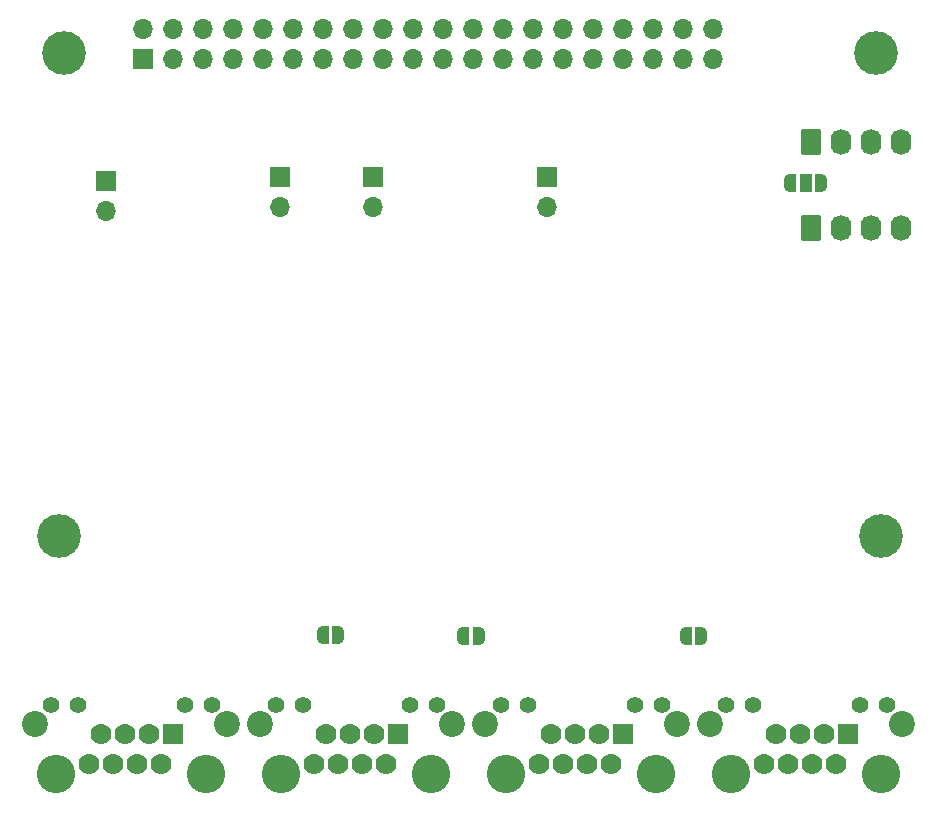
<source format=gbs>
%TF.GenerationSoftware,KiCad,Pcbnew,5.99.0-unknown-47cb7f53fd~143~ubuntu20.04.1*%
%TF.CreationDate,2021-11-23T21:15:49-08:00*%
%TF.ProjectId,acorn-serial,61636f72-6e2d-4736-9572-69616c2e6b69,rev?*%
%TF.SameCoordinates,Original*%
%TF.FileFunction,Soldermask,Bot*%
%TF.FilePolarity,Negative*%
%FSLAX46Y46*%
G04 Gerber Fmt 4.6, Leading zero omitted, Abs format (unit mm)*
G04 Created by KiCad (PCBNEW 5.99.0-unknown-47cb7f53fd~143~ubuntu20.04.1) date 2021-11-23 21:15:49*
%MOMM*%
%LPD*%
G01*
G04 APERTURE LIST*
G04 Aperture macros list*
%AMRoundRect*
0 Rectangle with rounded corners*
0 $1 Rounding radius*
0 $2 $3 $4 $5 $6 $7 $8 $9 X,Y pos of 4 corners*
0 Add a 4 corners polygon primitive as box body*
4,1,4,$2,$3,$4,$5,$6,$7,$8,$9,$2,$3,0*
0 Add four circle primitives for the rounded corners*
1,1,$1+$1,$2,$3*
1,1,$1+$1,$4,$5*
1,1,$1+$1,$6,$7*
1,1,$1+$1,$8,$9*
0 Add four rect primitives between the rounded corners*
20,1,$1+$1,$2,$3,$4,$5,0*
20,1,$1+$1,$4,$5,$6,$7,0*
20,1,$1+$1,$6,$7,$8,$9,0*
20,1,$1+$1,$8,$9,$2,$3,0*%
%AMFreePoly0*
4,1,22,0.500000,-0.750000,0.000000,-0.750000,0.000000,-0.745033,-0.079941,-0.743568,-0.215256,-0.701293,-0.333266,-0.622738,-0.424486,-0.514219,-0.481581,-0.384460,-0.499164,-0.250000,-0.500000,-0.250000,-0.500000,0.250000,-0.499164,0.250000,-0.499963,0.256109,-0.478152,0.396186,-0.417904,0.524511,-0.324060,0.630769,-0.204165,0.706417,-0.067858,0.745374,0.000000,0.744959,0.000000,0.750000,
0.500000,0.750000,0.500000,-0.750000,0.500000,-0.750000,$1*%
%AMFreePoly1*
4,1,20,0.000000,0.744959,0.073905,0.744508,0.209726,0.703889,0.328688,0.626782,0.421226,0.519385,0.479903,0.390333,0.500000,0.250000,0.500000,-0.250000,0.499851,-0.262216,0.476331,-0.402017,0.414519,-0.529596,0.319384,-0.634700,0.198574,-0.708877,0.061801,-0.746166,0.000000,-0.745033,0.000000,-0.750000,-0.500000,-0.750000,-0.500000,0.750000,0.000000,0.750000,0.000000,0.744959,
0.000000,0.744959,$1*%
%AMFreePoly2*
4,1,22,0.550000,-0.750000,0.000000,-0.750000,0.000000,-0.745033,-0.079941,-0.743568,-0.215256,-0.701293,-0.333266,-0.622738,-0.424486,-0.514219,-0.481581,-0.384460,-0.499164,-0.250000,-0.500000,-0.250000,-0.500000,0.250000,-0.499164,0.250000,-0.499963,0.256109,-0.478152,0.396186,-0.417904,0.524511,-0.324060,0.630769,-0.204165,0.706417,-0.067858,0.745374,0.000000,0.744959,0.000000,0.750000,
0.550000,0.750000,0.550000,-0.750000,0.550000,-0.750000,$1*%
%AMFreePoly3*
4,1,20,0.000000,0.744959,0.073905,0.744508,0.209726,0.703889,0.328688,0.626782,0.421226,0.519385,0.479903,0.390333,0.500000,0.250000,0.500000,-0.250000,0.499851,-0.262216,0.476331,-0.402017,0.414519,-0.529596,0.319384,-0.634700,0.198574,-0.708877,0.061801,-0.746166,0.000000,-0.745033,0.000000,-0.750000,-0.550000,-0.750000,-0.550000,0.750000,0.000000,0.750000,0.000000,0.744959,
0.000000,0.744959,$1*%
G04 Aperture macros list end*
%ADD10R,1.700000X1.700000*%
%ADD11O,1.700000X1.700000*%
%ADD12C,3.700000*%
%ADD13C,3.251200*%
%ADD14R,1.778000X1.778000*%
%ADD15C,1.778000*%
%ADD16C,1.400000*%
%ADD17C,2.200000*%
%ADD18RoundRect,0.250000X-0.620000X-0.845000X0.620000X-0.845000X0.620000X0.845000X-0.620000X0.845000X0*%
%ADD19O,1.740000X2.190000*%
%ADD20FreePoly0,180.000000*%
%ADD21FreePoly1,180.000000*%
%ADD22FreePoly2,0.000000*%
%ADD23R,1.000000X1.500000*%
%ADD24FreePoly3,0.000000*%
G04 APERTURE END LIST*
D10*
X131750000Y-75000000D03*
D11*
X131750000Y-77540000D03*
D10*
X154300000Y-75000000D03*
D11*
X154300000Y-77540000D03*
D12*
X182644000Y-105400000D03*
D13*
X144544000Y-125586000D03*
X131844000Y-125586000D03*
D14*
X141749000Y-122156000D03*
D15*
X140729000Y-124696000D03*
X139719000Y-122156000D03*
X138699000Y-124696000D03*
X137689000Y-122156000D03*
X136669000Y-124696000D03*
X135659000Y-122156000D03*
X134639000Y-124696000D03*
D16*
X144989000Y-119746000D03*
X142699000Y-119746000D03*
X133689000Y-119746000D03*
X131399000Y-119746000D03*
D17*
X130064000Y-121346000D03*
X146324000Y-121346000D03*
D12*
X113478000Y-64540000D03*
D13*
X125494000Y-125586000D03*
X112794000Y-125586000D03*
D14*
X122699000Y-122156000D03*
D15*
X121679000Y-124696000D03*
X120669000Y-122156000D03*
X119649000Y-124696000D03*
X118639000Y-122156000D03*
X117619000Y-124696000D03*
X116609000Y-122156000D03*
X115589000Y-124696000D03*
D16*
X125939000Y-119746000D03*
X123649000Y-119746000D03*
X114639000Y-119746000D03*
X112349000Y-119746000D03*
D17*
X111014000Y-121346000D03*
X127274000Y-121346000D03*
D13*
X163594000Y-125586000D03*
X150894000Y-125586000D03*
D14*
X160799000Y-122156000D03*
D15*
X159779000Y-124696000D03*
X158769000Y-122156000D03*
X157749000Y-124696000D03*
X156739000Y-122156000D03*
X155719000Y-124696000D03*
X154709000Y-122156000D03*
X153689000Y-124696000D03*
D16*
X164039000Y-119746000D03*
X161749000Y-119746000D03*
X152739000Y-119746000D03*
X150449000Y-119746000D03*
D17*
X149114000Y-121346000D03*
X165374000Y-121346000D03*
D10*
X117031000Y-75382000D03*
D11*
X117031000Y-77922000D03*
D12*
X182210000Y-64540000D03*
D10*
X139600000Y-75000000D03*
D11*
X139600000Y-77540000D03*
D13*
X169944000Y-125586000D03*
X182644000Y-125586000D03*
D14*
X179849000Y-122156000D03*
D15*
X178829000Y-124696000D03*
X177819000Y-122156000D03*
X176799000Y-124696000D03*
X175789000Y-122156000D03*
X174769000Y-124696000D03*
X173759000Y-122156000D03*
X172739000Y-124696000D03*
D16*
X183089000Y-119746000D03*
X180799000Y-119746000D03*
X171789000Y-119746000D03*
X169499000Y-119746000D03*
D17*
X168164000Y-121346000D03*
X184424000Y-121346000D03*
D12*
X113048000Y-105400000D03*
D18*
X176690000Y-79320000D03*
D19*
X179230000Y-79320000D03*
X181770000Y-79320000D03*
X184310000Y-79320000D03*
D18*
X176710000Y-72020000D03*
D19*
X179250000Y-72020000D03*
X181790000Y-72020000D03*
X184330000Y-72020000D03*
D10*
X120160000Y-65006000D03*
D11*
X120160000Y-62466000D03*
X122700000Y-65006000D03*
X122700000Y-62466000D03*
X125240000Y-65006000D03*
X125240000Y-62466000D03*
X127780000Y-65006000D03*
X127780000Y-62466000D03*
X130320000Y-65006000D03*
X130320000Y-62466000D03*
X132860000Y-65006000D03*
X132860000Y-62466000D03*
X135400000Y-65006000D03*
X135400000Y-62466000D03*
X137940000Y-65006000D03*
X137940000Y-62466000D03*
X140480000Y-65006000D03*
X140480000Y-62466000D03*
X143020000Y-65006000D03*
X143020000Y-62466000D03*
X145560000Y-65006000D03*
X145560000Y-62466000D03*
X148100000Y-65006000D03*
X148100000Y-62466000D03*
X150640000Y-65006000D03*
X150640000Y-62466000D03*
X153180000Y-65006000D03*
X153180000Y-62466000D03*
X155720000Y-65006000D03*
X155720000Y-62466000D03*
X158260000Y-65006000D03*
X158260000Y-62466000D03*
X160800000Y-65006000D03*
X160800000Y-62466000D03*
X163340000Y-65006000D03*
X163340000Y-62466000D03*
X165880000Y-65006000D03*
X165880000Y-62466000D03*
X168420000Y-65006000D03*
X168420000Y-62466000D03*
D20*
X167400000Y-113850000D03*
D21*
X166100000Y-113850000D03*
D20*
X148550000Y-113900000D03*
D21*
X147250000Y-113900000D03*
D22*
X174950000Y-75500000D03*
D23*
X176250000Y-75500000D03*
D24*
X177550000Y-75500000D03*
D20*
X136650000Y-113750000D03*
D21*
X135350000Y-113750000D03*
M02*

</source>
